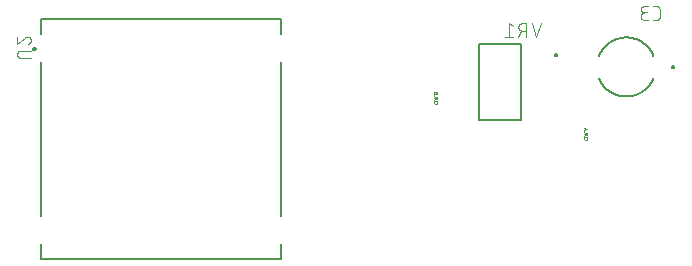
<source format=gbr>
G04 EAGLE Gerber RS-274X export*
G75*
%MOMM*%
%FSLAX34Y34*%
%LPD*%
%INSilkscreen Bottom*%
%IPPOS*%
%AMOC8*
5,1,8,0,0,1.08239X$1,22.5*%
G01*
%ADD10C,0.025400*%
%ADD11C,0.127000*%
%ADD12C,0.200000*%
%ADD13C,0.101600*%


D10*
X548767Y193421D02*
X548767Y192913D01*
X548769Y192869D01*
X548775Y192825D01*
X548784Y192782D01*
X548798Y192739D01*
X548815Y192698D01*
X548835Y192659D01*
X548859Y192622D01*
X548886Y192586D01*
X548916Y192554D01*
X548948Y192524D01*
X548984Y192497D01*
X549021Y192473D01*
X549060Y192453D01*
X549101Y192436D01*
X549144Y192422D01*
X549187Y192413D01*
X549231Y192407D01*
X549275Y192405D01*
X550545Y192405D01*
X550589Y192407D01*
X550633Y192413D01*
X550676Y192422D01*
X550719Y192436D01*
X550760Y192453D01*
X550799Y192473D01*
X550836Y192497D01*
X550872Y192524D01*
X550904Y192554D01*
X550934Y192586D01*
X550961Y192622D01*
X550985Y192659D01*
X551005Y192698D01*
X551022Y192739D01*
X551036Y192782D01*
X551045Y192825D01*
X551051Y192869D01*
X551053Y192913D01*
X551053Y193421D01*
X550545Y194317D02*
X551053Y194952D01*
X548767Y194952D01*
X548767Y194317D02*
X548767Y195587D01*
X549910Y196603D02*
X549995Y196605D01*
X550081Y196611D01*
X550166Y196620D01*
X550250Y196634D01*
X550334Y196651D01*
X550416Y196672D01*
X550498Y196697D01*
X550579Y196726D01*
X550658Y196758D01*
X550736Y196794D01*
X550735Y196793D02*
X550774Y196809D01*
X550811Y196827D01*
X550847Y196849D01*
X550880Y196874D01*
X550911Y196902D01*
X550940Y196932D01*
X550965Y196965D01*
X550988Y197000D01*
X551008Y197037D01*
X551024Y197075D01*
X551036Y197115D01*
X551046Y197155D01*
X551051Y197196D01*
X551053Y197238D01*
X551051Y197280D01*
X551046Y197321D01*
X551036Y197361D01*
X551024Y197401D01*
X551008Y197439D01*
X550988Y197476D01*
X550965Y197511D01*
X550940Y197544D01*
X550911Y197574D01*
X550880Y197602D01*
X550847Y197627D01*
X550811Y197649D01*
X550774Y197667D01*
X550735Y197683D01*
X550736Y197683D02*
X550658Y197719D01*
X550579Y197751D01*
X550498Y197780D01*
X550416Y197805D01*
X550334Y197826D01*
X550250Y197843D01*
X550166Y197857D01*
X550081Y197866D01*
X549995Y197872D01*
X549910Y197874D01*
X549910Y196603D02*
X549825Y196605D01*
X549739Y196611D01*
X549654Y196620D01*
X549570Y196634D01*
X549486Y196651D01*
X549404Y196672D01*
X549322Y196697D01*
X549241Y196726D01*
X549162Y196758D01*
X549084Y196794D01*
X549085Y196793D02*
X549046Y196809D01*
X549009Y196827D01*
X548973Y196849D01*
X548940Y196874D01*
X548909Y196902D01*
X548880Y196932D01*
X548855Y196965D01*
X548832Y197000D01*
X548812Y197037D01*
X548796Y197075D01*
X548784Y197115D01*
X548774Y197155D01*
X548769Y197196D01*
X548767Y197238D01*
X549084Y197683D02*
X549162Y197719D01*
X549241Y197751D01*
X549322Y197780D01*
X549404Y197805D01*
X549486Y197826D01*
X549570Y197843D01*
X549654Y197857D01*
X549739Y197866D01*
X549825Y197872D01*
X549910Y197874D01*
X549085Y197683D02*
X549046Y197667D01*
X549009Y197649D01*
X548973Y197627D01*
X548940Y197602D01*
X548909Y197574D01*
X548880Y197544D01*
X548855Y197511D01*
X548832Y197476D01*
X548812Y197439D01*
X548796Y197401D01*
X548784Y197361D01*
X548774Y197321D01*
X548769Y197280D01*
X548767Y197238D01*
X549275Y196730D02*
X550545Y197746D01*
X548513Y198788D02*
X548513Y199804D01*
X548767Y200591D02*
X551053Y201353D01*
X548767Y202115D01*
X549339Y201925D02*
X549339Y200782D01*
X421767Y223393D02*
X421767Y223901D01*
X421767Y223393D02*
X421769Y223349D01*
X421775Y223305D01*
X421784Y223262D01*
X421798Y223219D01*
X421815Y223178D01*
X421835Y223139D01*
X421859Y223102D01*
X421886Y223066D01*
X421916Y223034D01*
X421948Y223004D01*
X421984Y222977D01*
X422021Y222953D01*
X422060Y222933D01*
X422101Y222916D01*
X422144Y222902D01*
X422187Y222893D01*
X422231Y222887D01*
X422275Y222885D01*
X423545Y222885D01*
X423589Y222887D01*
X423633Y222893D01*
X423676Y222902D01*
X423719Y222916D01*
X423760Y222933D01*
X423799Y222953D01*
X423836Y222977D01*
X423872Y223004D01*
X423904Y223034D01*
X423934Y223066D01*
X423961Y223102D01*
X423985Y223139D01*
X424005Y223178D01*
X424022Y223219D01*
X424036Y223262D01*
X424045Y223305D01*
X424051Y223349D01*
X424053Y223393D01*
X424053Y223901D01*
X423545Y224797D02*
X424053Y225432D01*
X421767Y225432D01*
X421767Y224797D02*
X421767Y226067D01*
X422910Y227083D02*
X422995Y227085D01*
X423081Y227091D01*
X423166Y227100D01*
X423250Y227114D01*
X423334Y227131D01*
X423416Y227152D01*
X423498Y227177D01*
X423579Y227206D01*
X423658Y227238D01*
X423736Y227274D01*
X423735Y227273D02*
X423774Y227289D01*
X423811Y227307D01*
X423847Y227329D01*
X423880Y227354D01*
X423911Y227382D01*
X423940Y227412D01*
X423965Y227445D01*
X423988Y227480D01*
X424008Y227517D01*
X424024Y227555D01*
X424036Y227595D01*
X424046Y227635D01*
X424051Y227676D01*
X424053Y227718D01*
X424051Y227760D01*
X424046Y227801D01*
X424036Y227841D01*
X424024Y227881D01*
X424008Y227919D01*
X423988Y227956D01*
X423965Y227991D01*
X423940Y228024D01*
X423911Y228054D01*
X423880Y228082D01*
X423847Y228107D01*
X423811Y228129D01*
X423774Y228147D01*
X423735Y228163D01*
X423736Y228163D02*
X423658Y228199D01*
X423579Y228231D01*
X423498Y228260D01*
X423416Y228285D01*
X423334Y228306D01*
X423250Y228323D01*
X423166Y228337D01*
X423081Y228346D01*
X422995Y228352D01*
X422910Y228354D01*
X422910Y227083D02*
X422825Y227085D01*
X422739Y227091D01*
X422654Y227100D01*
X422570Y227114D01*
X422486Y227131D01*
X422404Y227152D01*
X422322Y227177D01*
X422241Y227206D01*
X422162Y227238D01*
X422084Y227274D01*
X422085Y227273D02*
X422046Y227289D01*
X422009Y227307D01*
X421973Y227329D01*
X421940Y227354D01*
X421909Y227382D01*
X421880Y227412D01*
X421855Y227445D01*
X421832Y227480D01*
X421812Y227517D01*
X421796Y227555D01*
X421784Y227595D01*
X421774Y227635D01*
X421769Y227676D01*
X421767Y227718D01*
X422084Y228163D02*
X422162Y228199D01*
X422241Y228231D01*
X422322Y228260D01*
X422404Y228285D01*
X422486Y228306D01*
X422570Y228323D01*
X422654Y228337D01*
X422739Y228346D01*
X422825Y228352D01*
X422910Y228354D01*
X422085Y228163D02*
X422046Y228147D01*
X422009Y228129D01*
X421973Y228107D01*
X421940Y228082D01*
X421909Y228054D01*
X421880Y228024D01*
X421855Y227991D01*
X421832Y227956D01*
X421812Y227919D01*
X421796Y227881D01*
X421784Y227841D01*
X421774Y227801D01*
X421769Y227760D01*
X421767Y227718D01*
X422275Y227210D02*
X423545Y228226D01*
X421513Y229268D02*
X421513Y230284D01*
X423037Y231312D02*
X423037Y231947D01*
X423035Y231996D01*
X423030Y232044D01*
X423020Y232092D01*
X423007Y232139D01*
X422991Y232184D01*
X422971Y232229D01*
X422948Y232271D01*
X422921Y232312D01*
X422892Y232351D01*
X422860Y232387D01*
X422824Y232421D01*
X422787Y232452D01*
X422747Y232480D01*
X422705Y232505D01*
X422662Y232526D01*
X422617Y232545D01*
X422570Y232559D01*
X422523Y232570D01*
X422475Y232578D01*
X422426Y232582D01*
X422378Y232582D01*
X422329Y232578D01*
X422281Y232570D01*
X422234Y232559D01*
X422187Y232545D01*
X422142Y232526D01*
X422099Y232505D01*
X422057Y232480D01*
X422017Y232452D01*
X421980Y232421D01*
X421944Y232387D01*
X421912Y232351D01*
X421883Y232312D01*
X421856Y232271D01*
X421833Y232229D01*
X421813Y232184D01*
X421797Y232139D01*
X421784Y232092D01*
X421774Y232044D01*
X421769Y231996D01*
X421767Y231947D01*
X421767Y231312D01*
X424053Y231312D01*
X424053Y231947D01*
X424051Y231991D01*
X424045Y232035D01*
X424036Y232078D01*
X424022Y232121D01*
X424005Y232162D01*
X423985Y232201D01*
X423961Y232238D01*
X423934Y232274D01*
X423904Y232306D01*
X423872Y232336D01*
X423836Y232363D01*
X423799Y232387D01*
X423760Y232407D01*
X423719Y232424D01*
X423676Y232438D01*
X423633Y232447D01*
X423589Y232453D01*
X423545Y232455D01*
X423501Y232453D01*
X423457Y232447D01*
X423414Y232438D01*
X423371Y232424D01*
X423330Y232407D01*
X423291Y232387D01*
X423254Y232363D01*
X423218Y232336D01*
X423186Y232306D01*
X423156Y232274D01*
X423129Y232238D01*
X423105Y232201D01*
X423085Y232162D01*
X423068Y232121D01*
X423054Y232078D01*
X423045Y232035D01*
X423039Y231991D01*
X423037Y231947D01*
D11*
X292100Y294640D02*
X88900Y294640D01*
X88900Y91440D02*
X292100Y91440D01*
D12*
X82218Y269240D02*
X82220Y269303D01*
X82226Y269365D01*
X82236Y269427D01*
X82249Y269489D01*
X82267Y269549D01*
X82288Y269608D01*
X82313Y269666D01*
X82342Y269722D01*
X82374Y269776D01*
X82409Y269828D01*
X82447Y269877D01*
X82489Y269925D01*
X82533Y269969D01*
X82581Y270011D01*
X82630Y270049D01*
X82682Y270084D01*
X82736Y270116D01*
X82792Y270145D01*
X82850Y270170D01*
X82909Y270191D01*
X82969Y270209D01*
X83031Y270222D01*
X83093Y270232D01*
X83155Y270238D01*
X83218Y270240D01*
X83281Y270238D01*
X83343Y270232D01*
X83405Y270222D01*
X83467Y270209D01*
X83527Y270191D01*
X83586Y270170D01*
X83644Y270145D01*
X83700Y270116D01*
X83754Y270084D01*
X83806Y270049D01*
X83855Y270011D01*
X83903Y269969D01*
X83947Y269925D01*
X83989Y269877D01*
X84027Y269828D01*
X84062Y269776D01*
X84094Y269722D01*
X84123Y269666D01*
X84148Y269608D01*
X84169Y269549D01*
X84187Y269489D01*
X84200Y269427D01*
X84210Y269365D01*
X84216Y269303D01*
X84218Y269240D01*
X84216Y269177D01*
X84210Y269115D01*
X84200Y269053D01*
X84187Y268991D01*
X84169Y268931D01*
X84148Y268872D01*
X84123Y268814D01*
X84094Y268758D01*
X84062Y268704D01*
X84027Y268652D01*
X83989Y268603D01*
X83947Y268555D01*
X83903Y268511D01*
X83855Y268469D01*
X83806Y268431D01*
X83754Y268396D01*
X83700Y268364D01*
X83644Y268335D01*
X83586Y268310D01*
X83527Y268289D01*
X83467Y268271D01*
X83405Y268258D01*
X83343Y268248D01*
X83281Y268242D01*
X83218Y268240D01*
X83155Y268242D01*
X83093Y268248D01*
X83031Y268258D01*
X82969Y268271D01*
X82909Y268289D01*
X82850Y268310D01*
X82792Y268335D01*
X82736Y268364D01*
X82682Y268396D01*
X82630Y268431D01*
X82581Y268469D01*
X82533Y268511D01*
X82489Y268555D01*
X82447Y268603D01*
X82409Y268652D01*
X82374Y268704D01*
X82342Y268758D01*
X82313Y268814D01*
X82288Y268872D01*
X82267Y268931D01*
X82249Y268991D01*
X82236Y269053D01*
X82226Y269115D01*
X82220Y269177D01*
X82218Y269240D01*
D11*
X292100Y258040D02*
X292100Y128040D01*
X88900Y128040D02*
X88900Y258040D01*
X88900Y281940D02*
X88900Y294640D01*
X88900Y104140D02*
X88900Y91440D01*
X292100Y281940D02*
X292100Y294640D01*
X292100Y104140D02*
X292100Y91440D01*
D13*
X80210Y261312D02*
X71772Y261312D01*
X71772Y261311D02*
X71659Y261313D01*
X71546Y261319D01*
X71433Y261329D01*
X71320Y261343D01*
X71208Y261360D01*
X71097Y261382D01*
X70987Y261407D01*
X70877Y261437D01*
X70769Y261470D01*
X70662Y261507D01*
X70556Y261547D01*
X70452Y261592D01*
X70349Y261640D01*
X70248Y261691D01*
X70149Y261746D01*
X70052Y261804D01*
X69957Y261866D01*
X69864Y261931D01*
X69774Y261999D01*
X69686Y262070D01*
X69600Y262145D01*
X69517Y262222D01*
X69437Y262302D01*
X69360Y262385D01*
X69285Y262471D01*
X69214Y262559D01*
X69146Y262649D01*
X69081Y262742D01*
X69019Y262837D01*
X68961Y262934D01*
X68906Y263033D01*
X68855Y263134D01*
X68807Y263237D01*
X68762Y263341D01*
X68722Y263447D01*
X68685Y263554D01*
X68652Y263662D01*
X68622Y263772D01*
X68597Y263882D01*
X68575Y263993D01*
X68558Y264105D01*
X68544Y264218D01*
X68534Y264331D01*
X68528Y264444D01*
X68526Y264557D01*
X68528Y264670D01*
X68534Y264783D01*
X68544Y264896D01*
X68558Y265009D01*
X68575Y265121D01*
X68597Y265232D01*
X68622Y265342D01*
X68652Y265452D01*
X68685Y265560D01*
X68722Y265667D01*
X68762Y265773D01*
X68807Y265877D01*
X68855Y265980D01*
X68906Y266081D01*
X68961Y266180D01*
X69019Y266277D01*
X69081Y266372D01*
X69146Y266465D01*
X69214Y266555D01*
X69285Y266643D01*
X69360Y266729D01*
X69437Y266812D01*
X69517Y266892D01*
X69600Y266969D01*
X69686Y267044D01*
X69774Y267115D01*
X69864Y267183D01*
X69957Y267248D01*
X70052Y267310D01*
X70149Y267368D01*
X70248Y267423D01*
X70349Y267474D01*
X70452Y267522D01*
X70556Y267567D01*
X70662Y267607D01*
X70769Y267644D01*
X70877Y267677D01*
X70987Y267707D01*
X71097Y267732D01*
X71208Y267754D01*
X71320Y267771D01*
X71433Y267785D01*
X71546Y267795D01*
X71659Y267801D01*
X71772Y267803D01*
X80210Y267803D01*
X80210Y276693D02*
X80208Y276800D01*
X80202Y276906D01*
X80192Y277012D01*
X80179Y277118D01*
X80161Y277224D01*
X80140Y277328D01*
X80115Y277432D01*
X80086Y277535D01*
X80054Y277636D01*
X80017Y277736D01*
X79977Y277835D01*
X79934Y277933D01*
X79887Y278029D01*
X79836Y278123D01*
X79782Y278215D01*
X79725Y278305D01*
X79665Y278393D01*
X79601Y278478D01*
X79534Y278561D01*
X79464Y278642D01*
X79392Y278720D01*
X79316Y278796D01*
X79238Y278868D01*
X79157Y278938D01*
X79074Y279005D01*
X78989Y279069D01*
X78901Y279129D01*
X78811Y279186D01*
X78719Y279240D01*
X78625Y279291D01*
X78529Y279338D01*
X78431Y279381D01*
X78332Y279421D01*
X78232Y279458D01*
X78131Y279490D01*
X78028Y279519D01*
X77924Y279544D01*
X77820Y279565D01*
X77714Y279583D01*
X77608Y279596D01*
X77502Y279606D01*
X77396Y279612D01*
X77289Y279614D01*
X80210Y276693D02*
X80208Y276572D01*
X80202Y276451D01*
X80192Y276331D01*
X80179Y276210D01*
X80161Y276091D01*
X80140Y275971D01*
X80115Y275853D01*
X80086Y275736D01*
X80053Y275619D01*
X80017Y275504D01*
X79976Y275390D01*
X79933Y275277D01*
X79885Y275165D01*
X79834Y275056D01*
X79779Y274948D01*
X79721Y274841D01*
X79660Y274737D01*
X79595Y274635D01*
X79527Y274535D01*
X79456Y274437D01*
X79382Y274341D01*
X79305Y274248D01*
X79224Y274158D01*
X79141Y274070D01*
X79055Y273985D01*
X78966Y273902D01*
X78875Y273823D01*
X78781Y273746D01*
X78685Y273673D01*
X78587Y273603D01*
X78486Y273536D01*
X78383Y273472D01*
X78278Y273412D01*
X78171Y273355D01*
X78063Y273301D01*
X77953Y273251D01*
X77841Y273205D01*
X77728Y273162D01*
X77613Y273123D01*
X75017Y278641D02*
X75094Y278720D01*
X75175Y278796D01*
X75258Y278869D01*
X75343Y278939D01*
X75431Y279006D01*
X75521Y279070D01*
X75613Y279130D01*
X75708Y279187D01*
X75804Y279241D01*
X75902Y279292D01*
X76002Y279339D01*
X76104Y279383D01*
X76207Y279423D01*
X76311Y279459D01*
X76417Y279491D01*
X76523Y279520D01*
X76631Y279545D01*
X76739Y279567D01*
X76849Y279584D01*
X76958Y279598D01*
X77068Y279607D01*
X77179Y279613D01*
X77289Y279615D01*
X75017Y278640D02*
X68526Y273123D01*
X68526Y279614D01*
D11*
X460020Y273800D02*
X495020Y273800D01*
X460020Y273800D02*
X460020Y208800D01*
X495020Y208800D01*
X495020Y273800D01*
D12*
X524020Y263800D02*
X524022Y263863D01*
X524028Y263925D01*
X524038Y263987D01*
X524051Y264049D01*
X524069Y264109D01*
X524090Y264168D01*
X524115Y264226D01*
X524144Y264282D01*
X524176Y264336D01*
X524211Y264388D01*
X524249Y264437D01*
X524291Y264485D01*
X524335Y264529D01*
X524383Y264571D01*
X524432Y264609D01*
X524484Y264644D01*
X524538Y264676D01*
X524594Y264705D01*
X524652Y264730D01*
X524711Y264751D01*
X524771Y264769D01*
X524833Y264782D01*
X524895Y264792D01*
X524957Y264798D01*
X525020Y264800D01*
X525083Y264798D01*
X525145Y264792D01*
X525207Y264782D01*
X525269Y264769D01*
X525329Y264751D01*
X525388Y264730D01*
X525446Y264705D01*
X525502Y264676D01*
X525556Y264644D01*
X525608Y264609D01*
X525657Y264571D01*
X525705Y264529D01*
X525749Y264485D01*
X525791Y264437D01*
X525829Y264388D01*
X525864Y264336D01*
X525896Y264282D01*
X525925Y264226D01*
X525950Y264168D01*
X525971Y264109D01*
X525989Y264049D01*
X526002Y263987D01*
X526012Y263925D01*
X526018Y263863D01*
X526020Y263800D01*
X526018Y263737D01*
X526012Y263675D01*
X526002Y263613D01*
X525989Y263551D01*
X525971Y263491D01*
X525950Y263432D01*
X525925Y263374D01*
X525896Y263318D01*
X525864Y263264D01*
X525829Y263212D01*
X525791Y263163D01*
X525749Y263115D01*
X525705Y263071D01*
X525657Y263029D01*
X525608Y262991D01*
X525556Y262956D01*
X525502Y262924D01*
X525446Y262895D01*
X525388Y262870D01*
X525329Y262849D01*
X525269Y262831D01*
X525207Y262818D01*
X525145Y262808D01*
X525083Y262802D01*
X525020Y262800D01*
X524957Y262802D01*
X524895Y262808D01*
X524833Y262818D01*
X524771Y262831D01*
X524711Y262849D01*
X524652Y262870D01*
X524594Y262895D01*
X524538Y262924D01*
X524484Y262956D01*
X524432Y262991D01*
X524383Y263029D01*
X524335Y263071D01*
X524291Y263115D01*
X524249Y263163D01*
X524211Y263212D01*
X524176Y263264D01*
X524144Y263318D01*
X524115Y263374D01*
X524090Y263432D01*
X524069Y263491D01*
X524051Y263551D01*
X524038Y263613D01*
X524028Y263675D01*
X524022Y263737D01*
X524020Y263800D01*
D13*
X508117Y279308D02*
X512012Y290992D01*
X504223Y290992D02*
X508117Y279308D01*
X499478Y279308D02*
X499478Y290992D01*
X496233Y290992D01*
X496120Y290990D01*
X496007Y290984D01*
X495894Y290974D01*
X495781Y290960D01*
X495669Y290943D01*
X495558Y290921D01*
X495448Y290896D01*
X495338Y290866D01*
X495230Y290833D01*
X495123Y290796D01*
X495017Y290756D01*
X494913Y290711D01*
X494810Y290663D01*
X494709Y290612D01*
X494610Y290557D01*
X494513Y290499D01*
X494418Y290437D01*
X494325Y290372D01*
X494235Y290304D01*
X494147Y290233D01*
X494061Y290158D01*
X493978Y290081D01*
X493898Y290001D01*
X493821Y289918D01*
X493746Y289832D01*
X493675Y289744D01*
X493607Y289654D01*
X493542Y289561D01*
X493480Y289466D01*
X493422Y289369D01*
X493367Y289270D01*
X493316Y289169D01*
X493268Y289066D01*
X493223Y288962D01*
X493183Y288856D01*
X493146Y288749D01*
X493113Y288641D01*
X493083Y288531D01*
X493058Y288421D01*
X493036Y288310D01*
X493019Y288198D01*
X493005Y288085D01*
X492995Y287972D01*
X492989Y287859D01*
X492987Y287746D01*
X492989Y287633D01*
X492995Y287520D01*
X493005Y287407D01*
X493019Y287294D01*
X493036Y287182D01*
X493058Y287071D01*
X493083Y286961D01*
X493113Y286851D01*
X493146Y286743D01*
X493183Y286636D01*
X493223Y286530D01*
X493268Y286426D01*
X493316Y286323D01*
X493367Y286222D01*
X493422Y286123D01*
X493480Y286026D01*
X493542Y285931D01*
X493607Y285838D01*
X493675Y285748D01*
X493746Y285660D01*
X493821Y285574D01*
X493898Y285491D01*
X493978Y285411D01*
X494061Y285334D01*
X494147Y285259D01*
X494235Y285188D01*
X494325Y285120D01*
X494418Y285055D01*
X494513Y284993D01*
X494610Y284935D01*
X494709Y284880D01*
X494810Y284829D01*
X494913Y284781D01*
X495017Y284736D01*
X495123Y284696D01*
X495230Y284659D01*
X495338Y284626D01*
X495448Y284596D01*
X495558Y284571D01*
X495669Y284549D01*
X495781Y284532D01*
X495894Y284518D01*
X496007Y284508D01*
X496120Y284502D01*
X496233Y284500D01*
X496233Y284501D02*
X499478Y284501D01*
X495584Y284501D02*
X492987Y279308D01*
X488122Y288396D02*
X484876Y290992D01*
X484876Y279308D01*
X481631Y279308D02*
X488122Y279308D01*
D11*
X561075Y263500D02*
X561313Y264060D01*
X561565Y264614D01*
X561830Y265162D01*
X562109Y265704D01*
X562400Y266238D01*
X562705Y266765D01*
X563022Y267285D01*
X563352Y267797D01*
X563694Y268300D01*
X564048Y268795D01*
X564414Y269281D01*
X564792Y269759D01*
X565182Y270227D01*
X565582Y270685D01*
X565994Y271133D01*
X566417Y271571D01*
X566850Y271999D01*
X567293Y272416D01*
X567747Y272822D01*
X568210Y273217D01*
X568682Y273601D01*
X569164Y273973D01*
X569655Y274333D01*
X570154Y274681D01*
X570662Y275017D01*
X571178Y275341D01*
X571701Y275651D01*
X572232Y275949D01*
X572770Y276234D01*
X573315Y276506D01*
X573866Y276764D01*
X574423Y277009D01*
X574987Y277240D01*
X575555Y277458D01*
X576129Y277661D01*
X576707Y277851D01*
X577290Y278026D01*
X577877Y278187D01*
X578468Y278334D01*
X579062Y278466D01*
X579660Y278584D01*
X580260Y278688D01*
X580862Y278776D01*
X581466Y278850D01*
X582072Y278909D01*
X582679Y278954D01*
X583287Y278983D01*
X583896Y278998D01*
X584504Y278998D01*
X585113Y278983D01*
X585721Y278954D01*
X586328Y278909D01*
X586934Y278850D01*
X587538Y278776D01*
X588140Y278688D01*
X588740Y278584D01*
X589338Y278466D01*
X589932Y278334D01*
X590523Y278187D01*
X591110Y278026D01*
X591693Y277851D01*
X592271Y277661D01*
X592845Y277458D01*
X593413Y277240D01*
X593977Y277009D01*
X594534Y276764D01*
X595085Y276506D01*
X595630Y276234D01*
X596168Y275949D01*
X596699Y275651D01*
X597222Y275341D01*
X597738Y275017D01*
X598246Y274681D01*
X598745Y274333D01*
X599236Y273973D01*
X599718Y273601D01*
X600190Y273217D01*
X600653Y272822D01*
X601107Y272416D01*
X601550Y271999D01*
X601983Y271571D01*
X602406Y271133D01*
X602818Y270685D01*
X603218Y270227D01*
X603608Y269759D01*
X603986Y269281D01*
X604352Y268795D01*
X604706Y268300D01*
X605048Y267797D01*
X605378Y267285D01*
X605695Y266765D01*
X606000Y266238D01*
X606291Y265704D01*
X606570Y265162D01*
X606835Y264614D01*
X607087Y264060D01*
X607325Y263500D01*
X607325Y244500D02*
X607087Y243940D01*
X606835Y243386D01*
X606570Y242838D01*
X606291Y242296D01*
X606000Y241762D01*
X605695Y241235D01*
X605378Y240715D01*
X605048Y240203D01*
X604706Y239700D01*
X604352Y239205D01*
X603986Y238719D01*
X603608Y238241D01*
X603218Y237773D01*
X602818Y237315D01*
X602406Y236867D01*
X601983Y236429D01*
X601550Y236001D01*
X601107Y235584D01*
X600653Y235178D01*
X600190Y234783D01*
X599718Y234399D01*
X599236Y234027D01*
X598745Y233667D01*
X598246Y233319D01*
X597738Y232983D01*
X597222Y232659D01*
X596699Y232349D01*
X596168Y232051D01*
X595630Y231766D01*
X595085Y231494D01*
X594534Y231236D01*
X593977Y230991D01*
X593413Y230760D01*
X592845Y230542D01*
X592271Y230339D01*
X591693Y230149D01*
X591110Y229974D01*
X590523Y229813D01*
X589932Y229666D01*
X589338Y229534D01*
X588740Y229416D01*
X588140Y229312D01*
X587538Y229224D01*
X586934Y229150D01*
X586328Y229091D01*
X585721Y229046D01*
X585113Y229017D01*
X584504Y229002D01*
X583896Y229002D01*
X583287Y229017D01*
X582679Y229046D01*
X582072Y229091D01*
X581466Y229150D01*
X580862Y229224D01*
X580260Y229312D01*
X579660Y229416D01*
X579062Y229534D01*
X578468Y229666D01*
X577877Y229813D01*
X577290Y229974D01*
X576707Y230149D01*
X576129Y230339D01*
X575555Y230542D01*
X574987Y230760D01*
X574423Y230991D01*
X573866Y231236D01*
X573315Y231494D01*
X572770Y231766D01*
X572232Y232051D01*
X571701Y232349D01*
X571178Y232659D01*
X570662Y232983D01*
X570154Y233319D01*
X569655Y233667D01*
X569164Y234027D01*
X568682Y234399D01*
X568210Y234783D01*
X567747Y235178D01*
X567293Y235584D01*
X566850Y236001D01*
X566417Y236429D01*
X565994Y236867D01*
X565582Y237315D01*
X565182Y237773D01*
X564792Y238241D01*
X564414Y238719D01*
X564048Y239205D01*
X563694Y239700D01*
X563352Y240203D01*
X563022Y240715D01*
X562705Y241235D01*
X562400Y241762D01*
X562109Y242296D01*
X561830Y242838D01*
X561565Y243386D01*
X561313Y243940D01*
X561075Y244500D01*
D12*
X622830Y254000D02*
X622832Y254063D01*
X622838Y254125D01*
X622848Y254187D01*
X622861Y254249D01*
X622879Y254309D01*
X622900Y254368D01*
X622925Y254426D01*
X622954Y254482D01*
X622986Y254536D01*
X623021Y254588D01*
X623059Y254637D01*
X623101Y254685D01*
X623145Y254729D01*
X623193Y254771D01*
X623242Y254809D01*
X623294Y254844D01*
X623348Y254876D01*
X623404Y254905D01*
X623462Y254930D01*
X623521Y254951D01*
X623581Y254969D01*
X623643Y254982D01*
X623705Y254992D01*
X623767Y254998D01*
X623830Y255000D01*
X623893Y254998D01*
X623955Y254992D01*
X624017Y254982D01*
X624079Y254969D01*
X624139Y254951D01*
X624198Y254930D01*
X624256Y254905D01*
X624312Y254876D01*
X624366Y254844D01*
X624418Y254809D01*
X624467Y254771D01*
X624515Y254729D01*
X624559Y254685D01*
X624601Y254637D01*
X624639Y254588D01*
X624674Y254536D01*
X624706Y254482D01*
X624735Y254426D01*
X624760Y254368D01*
X624781Y254309D01*
X624799Y254249D01*
X624812Y254187D01*
X624822Y254125D01*
X624828Y254063D01*
X624830Y254000D01*
X624828Y253937D01*
X624822Y253875D01*
X624812Y253813D01*
X624799Y253751D01*
X624781Y253691D01*
X624760Y253632D01*
X624735Y253574D01*
X624706Y253518D01*
X624674Y253464D01*
X624639Y253412D01*
X624601Y253363D01*
X624559Y253315D01*
X624515Y253271D01*
X624467Y253229D01*
X624418Y253191D01*
X624366Y253156D01*
X624312Y253124D01*
X624256Y253095D01*
X624198Y253070D01*
X624139Y253049D01*
X624079Y253031D01*
X624017Y253018D01*
X623955Y253008D01*
X623893Y253002D01*
X623830Y253000D01*
X623767Y253002D01*
X623705Y253008D01*
X623643Y253018D01*
X623581Y253031D01*
X623521Y253049D01*
X623462Y253070D01*
X623404Y253095D01*
X623348Y253124D01*
X623294Y253156D01*
X623242Y253191D01*
X623193Y253229D01*
X623145Y253271D01*
X623101Y253315D01*
X623059Y253363D01*
X623021Y253412D01*
X622986Y253464D01*
X622954Y253518D01*
X622925Y253574D01*
X622900Y253632D01*
X622879Y253691D01*
X622861Y253751D01*
X622848Y253813D01*
X622838Y253875D01*
X622832Y253937D01*
X622830Y254000D01*
D13*
X609954Y293638D02*
X607357Y293638D01*
X609954Y293638D02*
X610053Y293640D01*
X610153Y293646D01*
X610252Y293655D01*
X610350Y293668D01*
X610448Y293685D01*
X610546Y293706D01*
X610642Y293731D01*
X610737Y293759D01*
X610831Y293791D01*
X610924Y293826D01*
X611016Y293865D01*
X611106Y293908D01*
X611194Y293953D01*
X611281Y294003D01*
X611365Y294055D01*
X611448Y294111D01*
X611528Y294169D01*
X611606Y294231D01*
X611681Y294296D01*
X611754Y294364D01*
X611824Y294434D01*
X611892Y294507D01*
X611957Y294582D01*
X612019Y294660D01*
X612077Y294740D01*
X612133Y294823D01*
X612185Y294907D01*
X612235Y294994D01*
X612280Y295082D01*
X612323Y295172D01*
X612362Y295264D01*
X612397Y295357D01*
X612429Y295451D01*
X612457Y295546D01*
X612482Y295642D01*
X612503Y295740D01*
X612520Y295838D01*
X612533Y295936D01*
X612542Y296035D01*
X612548Y296135D01*
X612550Y296234D01*
X612550Y302726D01*
X612548Y302825D01*
X612542Y302925D01*
X612533Y303024D01*
X612520Y303122D01*
X612503Y303220D01*
X612482Y303318D01*
X612457Y303414D01*
X612429Y303509D01*
X612397Y303603D01*
X612362Y303696D01*
X612323Y303788D01*
X612280Y303878D01*
X612235Y303966D01*
X612185Y304053D01*
X612133Y304137D01*
X612077Y304220D01*
X612019Y304300D01*
X611957Y304378D01*
X611892Y304453D01*
X611824Y304526D01*
X611754Y304596D01*
X611681Y304664D01*
X611606Y304729D01*
X611528Y304791D01*
X611448Y304849D01*
X611365Y304905D01*
X611281Y304957D01*
X611194Y305007D01*
X611106Y305052D01*
X611016Y305095D01*
X610924Y305134D01*
X610831Y305169D01*
X610737Y305201D01*
X610642Y305229D01*
X610546Y305254D01*
X610448Y305275D01*
X610350Y305292D01*
X610252Y305305D01*
X610153Y305314D01*
X610053Y305320D01*
X609954Y305322D01*
X607357Y305322D01*
X602992Y293638D02*
X599746Y293638D01*
X599633Y293640D01*
X599520Y293646D01*
X599407Y293656D01*
X599294Y293670D01*
X599182Y293687D01*
X599071Y293709D01*
X598961Y293734D01*
X598851Y293764D01*
X598743Y293797D01*
X598636Y293834D01*
X598530Y293874D01*
X598426Y293919D01*
X598323Y293967D01*
X598222Y294018D01*
X598123Y294073D01*
X598026Y294131D01*
X597931Y294193D01*
X597838Y294258D01*
X597748Y294326D01*
X597660Y294397D01*
X597574Y294472D01*
X597491Y294549D01*
X597411Y294629D01*
X597334Y294712D01*
X597259Y294798D01*
X597188Y294886D01*
X597120Y294976D01*
X597055Y295069D01*
X596993Y295164D01*
X596935Y295261D01*
X596880Y295360D01*
X596829Y295461D01*
X596781Y295564D01*
X596736Y295668D01*
X596696Y295774D01*
X596659Y295881D01*
X596626Y295989D01*
X596596Y296099D01*
X596571Y296209D01*
X596549Y296320D01*
X596532Y296432D01*
X596518Y296545D01*
X596508Y296658D01*
X596502Y296771D01*
X596500Y296884D01*
X596502Y296997D01*
X596508Y297110D01*
X596518Y297223D01*
X596532Y297336D01*
X596549Y297448D01*
X596571Y297559D01*
X596596Y297669D01*
X596626Y297779D01*
X596659Y297887D01*
X596696Y297994D01*
X596736Y298100D01*
X596781Y298204D01*
X596829Y298307D01*
X596880Y298408D01*
X596935Y298507D01*
X596993Y298604D01*
X597055Y298699D01*
X597120Y298792D01*
X597188Y298882D01*
X597259Y298970D01*
X597334Y299056D01*
X597411Y299139D01*
X597491Y299219D01*
X597574Y299296D01*
X597660Y299371D01*
X597748Y299442D01*
X597838Y299510D01*
X597931Y299575D01*
X598026Y299637D01*
X598123Y299695D01*
X598222Y299750D01*
X598323Y299801D01*
X598426Y299849D01*
X598530Y299894D01*
X598636Y299934D01*
X598743Y299971D01*
X598851Y300004D01*
X598961Y300034D01*
X599071Y300059D01*
X599182Y300081D01*
X599294Y300098D01*
X599407Y300112D01*
X599520Y300122D01*
X599633Y300128D01*
X599746Y300130D01*
X599097Y305322D02*
X602992Y305322D01*
X599097Y305322D02*
X598996Y305320D01*
X598896Y305314D01*
X598796Y305304D01*
X598696Y305291D01*
X598597Y305273D01*
X598498Y305252D01*
X598401Y305227D01*
X598304Y305198D01*
X598209Y305165D01*
X598115Y305129D01*
X598023Y305089D01*
X597932Y305046D01*
X597843Y304999D01*
X597756Y304949D01*
X597670Y304895D01*
X597587Y304838D01*
X597507Y304778D01*
X597428Y304715D01*
X597352Y304648D01*
X597279Y304579D01*
X597209Y304507D01*
X597141Y304433D01*
X597076Y304356D01*
X597015Y304276D01*
X596956Y304194D01*
X596901Y304110D01*
X596849Y304024D01*
X596800Y303936D01*
X596755Y303846D01*
X596713Y303754D01*
X596675Y303661D01*
X596641Y303566D01*
X596610Y303471D01*
X596583Y303374D01*
X596560Y303276D01*
X596540Y303177D01*
X596525Y303077D01*
X596513Y302977D01*
X596505Y302877D01*
X596501Y302776D01*
X596501Y302676D01*
X596505Y302575D01*
X596513Y302475D01*
X596525Y302375D01*
X596540Y302275D01*
X596560Y302176D01*
X596583Y302078D01*
X596610Y301981D01*
X596641Y301886D01*
X596675Y301791D01*
X596713Y301698D01*
X596755Y301606D01*
X596800Y301516D01*
X596849Y301428D01*
X596901Y301342D01*
X596956Y301258D01*
X597015Y301176D01*
X597076Y301096D01*
X597141Y301019D01*
X597209Y300945D01*
X597279Y300873D01*
X597352Y300804D01*
X597428Y300737D01*
X597507Y300674D01*
X597587Y300614D01*
X597670Y300557D01*
X597756Y300503D01*
X597843Y300453D01*
X597932Y300406D01*
X598023Y300363D01*
X598115Y300323D01*
X598209Y300287D01*
X598304Y300254D01*
X598401Y300225D01*
X598498Y300200D01*
X598597Y300179D01*
X598696Y300161D01*
X598796Y300148D01*
X598896Y300138D01*
X598996Y300132D01*
X599097Y300130D01*
X599097Y300129D02*
X601694Y300129D01*
M02*

</source>
